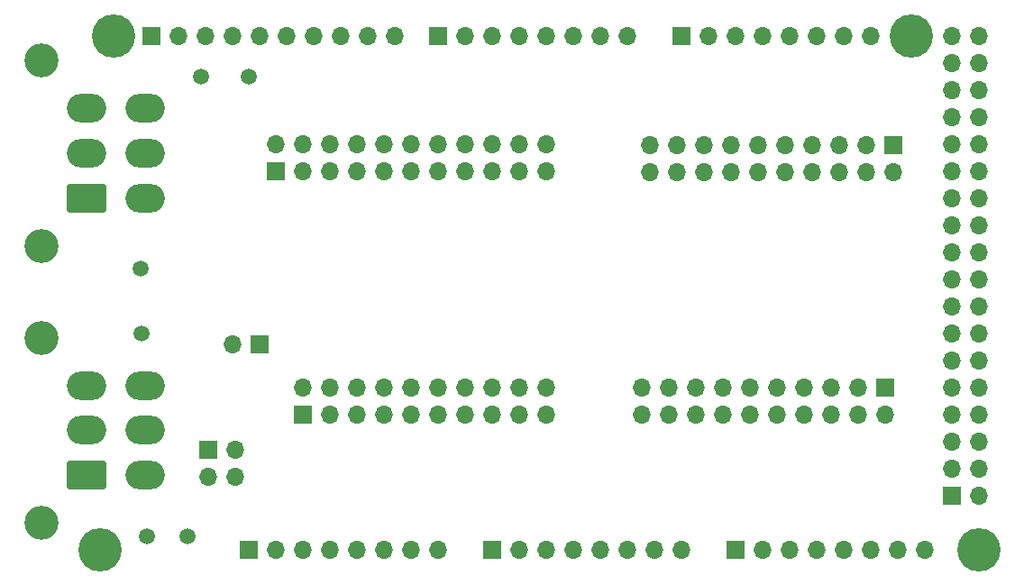
<source format=gbr>
%TF.GenerationSoftware,KiCad,Pcbnew,(6.0.9)*%
%TF.CreationDate,2023-03-29T13:48:58-08:00*%
%TF.ProjectId,ABSIS_Mega,41425349-535f-44d6-9567-612e6b696361,2*%
%TF.SameCoordinates,Original*%
%TF.FileFunction,Soldermask,Bot*%
%TF.FilePolarity,Negative*%
%FSLAX46Y46*%
G04 Gerber Fmt 4.6, Leading zero omitted, Abs format (unit mm)*
G04 Created by KiCad (PCBNEW (6.0.9)) date 2023-03-29 13:48:58*
%MOMM*%
%LPD*%
G01*
G04 APERTURE LIST*
G04 Aperture macros list*
%AMRoundRect*
0 Rectangle with rounded corners*
0 $1 Rounding radius*
0 $2 $3 $4 $5 $6 $7 $8 $9 X,Y pos of 4 corners*
0 Add a 4 corners polygon primitive as box body*
4,1,4,$2,$3,$4,$5,$6,$7,$8,$9,$2,$3,0*
0 Add four circle primitives for the rounded corners*
1,1,$1+$1,$2,$3*
1,1,$1+$1,$4,$5*
1,1,$1+$1,$6,$7*
1,1,$1+$1,$8,$9*
0 Add four rect primitives between the rounded corners*
20,1,$1+$1,$2,$3,$4,$5,0*
20,1,$1+$1,$4,$5,$6,$7,0*
20,1,$1+$1,$6,$7,$8,$9,0*
20,1,$1+$1,$8,$9,$2,$3,0*%
G04 Aperture macros list end*
%ADD10C,4.064000*%
%ADD11R,1.700000X1.700000*%
%ADD12O,1.700000X1.700000*%
%ADD13C,1.500000*%
%ADD14C,3.200000*%
%ADD15RoundRect,0.250001X1.599999X-1.099999X1.599999X1.099999X-1.599999X1.099999X-1.599999X-1.099999X0*%
%ADD16O,3.700000X2.700000*%
G04 APERTURE END LIST*
D10*
%TO.C,MK1*%
X11430000Y2540000D03*
%TD*%
%TO.C,MK3*%
X93980000Y2540000D03*
%TD*%
%TO.C,MK4*%
X12700000Y50800000D03*
%TD*%
%TO.C,MK6*%
X87630000Y50800000D03*
%TD*%
D11*
%TO.C,J7*%
X21590000Y11938000D03*
D12*
X24130000Y11938000D03*
X21590000Y9398000D03*
X24130000Y9398000D03*
%TD*%
D11*
%TO.C,JP1*%
X26416000Y21844000D03*
D12*
X23876000Y21844000D03*
%TD*%
D13*
%TO.C,TP2*%
X19685000Y3810000D03*
%TD*%
%TO.C,TP3*%
X15875000Y3810000D03*
%TD*%
%TO.C,TP4*%
X25400000Y46990000D03*
%TD*%
%TO.C,TP5*%
X15303500Y28956000D03*
%TD*%
%TO.C,TP6*%
X15367000Y22796500D03*
%TD*%
%TO.C,TP1*%
X20955000Y46990000D03*
%TD*%
D14*
%TO.C,J1*%
X5960000Y48460000D03*
X5960000Y31060000D03*
D15*
X10160000Y35560000D03*
D16*
X10160000Y39760000D03*
X10160000Y43960000D03*
X15660000Y35560000D03*
X15660000Y39760000D03*
X15660000Y43960000D03*
%TD*%
D14*
%TO.C,J2*%
X5960000Y22425000D03*
X5960000Y5025000D03*
D15*
X10160000Y9525000D03*
D16*
X10160000Y13725000D03*
X10160000Y17925000D03*
X15660000Y9525000D03*
X15660000Y13725000D03*
X15660000Y17925000D03*
%TD*%
D11*
%TO.C,J3*%
X27940000Y38100000D03*
D12*
X27940000Y40640000D03*
X30480000Y38100000D03*
X30480000Y40640000D03*
X33020000Y38100000D03*
X33020000Y40640000D03*
X35560000Y38100000D03*
X35560000Y40640000D03*
X38100000Y38100000D03*
X38100000Y40640000D03*
X40640000Y38100000D03*
X40640000Y40640000D03*
X43180000Y38100000D03*
X43180000Y40640000D03*
X45720000Y38100000D03*
X45720000Y40640000D03*
X48260000Y38100000D03*
X48260000Y40640000D03*
X50800000Y38100000D03*
X50800000Y40640000D03*
X53340000Y38100000D03*
X53340000Y40640000D03*
%TD*%
D11*
%TO.C,J5*%
X85217000Y17716500D03*
D12*
X85217000Y15176500D03*
X82677000Y17716500D03*
X82677000Y15176500D03*
X80137000Y17716500D03*
X80137000Y15176500D03*
X77597000Y17716500D03*
X77597000Y15176500D03*
X75057000Y17716500D03*
X75057000Y15176500D03*
X72517000Y17716500D03*
X72517000Y15176500D03*
X69977000Y17716500D03*
X69977000Y15176500D03*
X67437000Y17716500D03*
X67437000Y15176500D03*
X64897000Y17716500D03*
X64897000Y15176500D03*
X62357000Y17716500D03*
X62357000Y15176500D03*
%TD*%
D11*
%TO.C,J6*%
X85979000Y40513000D03*
D12*
X85979000Y37973000D03*
X83439000Y40513000D03*
X83439000Y37973000D03*
X80899000Y40513000D03*
X80899000Y37973000D03*
X78359000Y40513000D03*
X78359000Y37973000D03*
X75819000Y40513000D03*
X75819000Y37973000D03*
X73279000Y40513000D03*
X73279000Y37973000D03*
X70739000Y40513000D03*
X70739000Y37973000D03*
X68199000Y40513000D03*
X68199000Y37973000D03*
X65659000Y40513000D03*
X65659000Y37973000D03*
X63119000Y40513000D03*
X63119000Y37973000D03*
%TD*%
D11*
%TO.C,J4*%
X30480000Y15240000D03*
D12*
X30480000Y17780000D03*
X33020000Y15240000D03*
X33020000Y17780000D03*
X35560000Y15240000D03*
X35560000Y17780000D03*
X38100000Y15240000D03*
X38100000Y17780000D03*
X40640000Y15240000D03*
X40640000Y17780000D03*
X43180000Y15240000D03*
X43180000Y17780000D03*
X45720000Y15240000D03*
X45720000Y17780000D03*
X48260000Y15240000D03*
X48260000Y17780000D03*
X50800000Y15240000D03*
X50800000Y17780000D03*
X53340000Y15240000D03*
X53340000Y17780000D03*
%TD*%
D11*
%TO.C,P1*%
X91440000Y7620000D03*
D12*
X93980000Y7620000D03*
X91440000Y10160000D03*
X93980000Y10160000D03*
X91440000Y12700000D03*
X93980000Y12700000D03*
X91440000Y15240000D03*
X93980000Y15240000D03*
X91440000Y17780000D03*
X93980000Y17780000D03*
X91440000Y20320000D03*
X93980000Y20320000D03*
X91440000Y22860000D03*
X93980000Y22860000D03*
X91440000Y25400000D03*
X93980000Y25400000D03*
X91440000Y27940000D03*
X93980000Y27940000D03*
X91440000Y30480000D03*
X93980000Y30480000D03*
X91440000Y33020000D03*
X93980000Y33020000D03*
X91440000Y35560000D03*
X93980000Y35560000D03*
X91440000Y38100000D03*
X93980000Y38100000D03*
X91440000Y40640000D03*
X93980000Y40640000D03*
X91440000Y43180000D03*
X93980000Y43180000D03*
X91440000Y45720000D03*
X93980000Y45720000D03*
X91440000Y48260000D03*
X93980000Y48260000D03*
X91440000Y50800000D03*
X93980000Y50800000D03*
%TD*%
D11*
%TO.C,P2*%
X25400000Y2540000D03*
D12*
X27940000Y2540000D03*
X30480000Y2540000D03*
X33020000Y2540000D03*
X35560000Y2540000D03*
X38100000Y2540000D03*
X40640000Y2540000D03*
X43180000Y2540000D03*
%TD*%
D11*
%TO.C,P3*%
X48260000Y2540000D03*
D12*
X50800000Y2540000D03*
X53340000Y2540000D03*
X55880000Y2540000D03*
X58420000Y2540000D03*
X60960000Y2540000D03*
X63500000Y2540000D03*
X66040000Y2540000D03*
%TD*%
D11*
%TO.C,P4*%
X71120000Y2540000D03*
D12*
X73660000Y2540000D03*
X76200000Y2540000D03*
X78740000Y2540000D03*
X81280000Y2540000D03*
X83820000Y2540000D03*
X86360000Y2540000D03*
X88900000Y2540000D03*
%TD*%
D11*
%TO.C,P6*%
X43180000Y50800000D03*
D12*
X45720000Y50800000D03*
X48260000Y50800000D03*
X50800000Y50800000D03*
X53340000Y50800000D03*
X55880000Y50800000D03*
X58420000Y50800000D03*
X60960000Y50800000D03*
%TD*%
D11*
%TO.C,P7*%
X66040000Y50800000D03*
D12*
X68580000Y50800000D03*
X71120000Y50800000D03*
X73660000Y50800000D03*
X76200000Y50800000D03*
X78740000Y50800000D03*
X81280000Y50800000D03*
X83820000Y50800000D03*
%TD*%
D11*
%TO.C,P5*%
X16256000Y50800000D03*
D12*
X18796000Y50800000D03*
X21336000Y50800000D03*
X23876000Y50800000D03*
X26416000Y50800000D03*
X28956000Y50800000D03*
X31496000Y50800000D03*
X34036000Y50800000D03*
X36576000Y50800000D03*
X39116000Y50800000D03*
%TD*%
M02*

</source>
